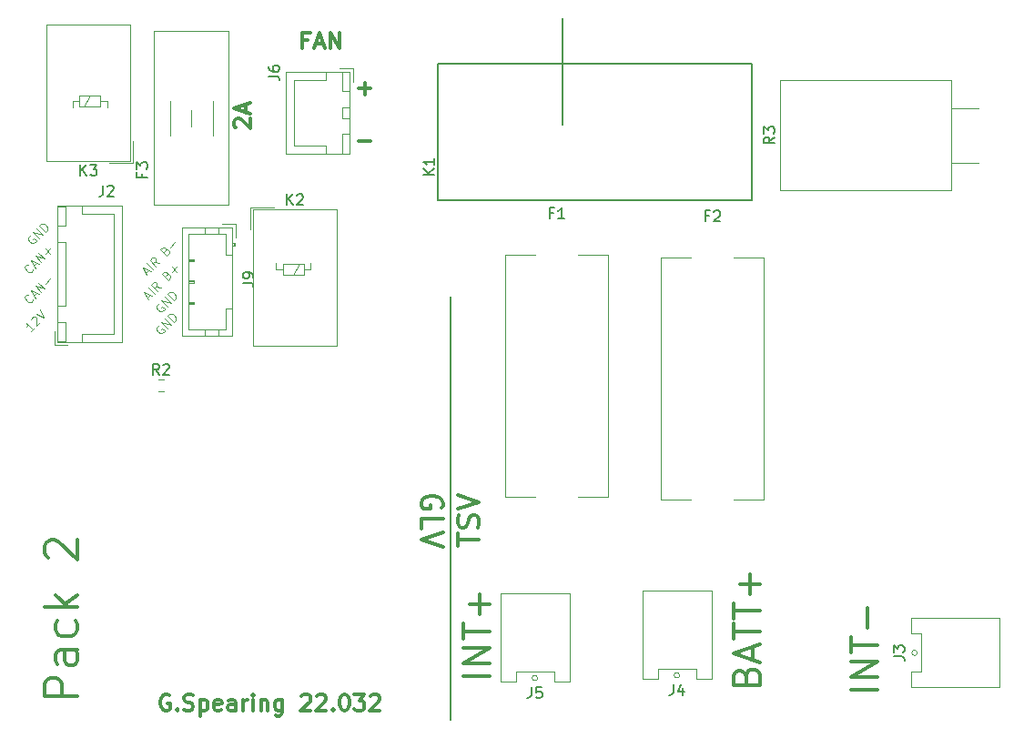
<source format=gbr>
%TF.GenerationSoftware,KiCad,Pcbnew,(6.0.1)*%
%TF.CreationDate,2022-02-14T12:04:50-05:00*%
%TF.ProjectId,pacman_side_2,7061636d-616e-45f7-9369-64655f322e6b,rev?*%
%TF.SameCoordinates,Original*%
%TF.FileFunction,Legend,Top*%
%TF.FilePolarity,Positive*%
%FSLAX46Y46*%
G04 Gerber Fmt 4.6, Leading zero omitted, Abs format (unit mm)*
G04 Created by KiCad (PCBNEW (6.0.1)) date 2022-02-14 12:04:50*
%MOMM*%
%LPD*%
G01*
G04 APERTURE LIST*
%ADD10C,0.150000*%
%ADD11C,0.100000*%
%ADD12C,0.300000*%
%ADD13C,0.120000*%
G04 APERTURE END LIST*
D10*
X129129000Y-103129000D02*
X129129000Y-128529000D01*
X139543000Y-73157000D02*
X139543000Y-63251000D01*
X129129000Y-89159000D02*
X129129000Y-103129000D01*
D11*
X90091158Y-83460155D02*
X90010346Y-83487093D01*
X89929534Y-83567905D01*
X89875659Y-83675654D01*
X89875659Y-83783404D01*
X89902597Y-83864216D01*
X89983409Y-83998903D01*
X90064221Y-84079715D01*
X90198908Y-84160528D01*
X90279720Y-84187465D01*
X90387470Y-84187465D01*
X90495219Y-84133590D01*
X90549094Y-84079715D01*
X90602969Y-83971966D01*
X90602969Y-83918091D01*
X90414407Y-83729529D01*
X90306658Y-83837279D01*
X90899280Y-83729529D02*
X90333595Y-83163844D01*
X91222529Y-83406280D01*
X90656844Y-82840595D01*
X91491903Y-83136906D02*
X90926218Y-82571221D01*
X91060905Y-82436534D01*
X91168654Y-82382659D01*
X91276404Y-82382659D01*
X91357216Y-82409597D01*
X91491903Y-82490409D01*
X91572715Y-82571221D01*
X91653528Y-82705908D01*
X91680465Y-82786720D01*
X91680465Y-82894470D01*
X91626590Y-83002219D01*
X91491903Y-83136906D01*
D12*
X94418142Y-126345285D02*
X91418142Y-126345285D01*
X91418142Y-125202428D01*
X91561000Y-124916714D01*
X91703857Y-124773857D01*
X91989571Y-124631000D01*
X92418142Y-124631000D01*
X92703857Y-124773857D01*
X92846714Y-124916714D01*
X92989571Y-125202428D01*
X92989571Y-126345285D01*
X94418142Y-122059571D02*
X92846714Y-122059571D01*
X92561000Y-122202428D01*
X92418142Y-122488142D01*
X92418142Y-123059571D01*
X92561000Y-123345285D01*
X94275285Y-122059571D02*
X94418142Y-122345285D01*
X94418142Y-123059571D01*
X94275285Y-123345285D01*
X93989571Y-123488142D01*
X93703857Y-123488142D01*
X93418142Y-123345285D01*
X93275285Y-123059571D01*
X93275285Y-122345285D01*
X93132428Y-122059571D01*
X94275285Y-119345285D02*
X94418142Y-119631000D01*
X94418142Y-120202428D01*
X94275285Y-120488142D01*
X94132428Y-120631000D01*
X93846714Y-120773857D01*
X92989571Y-120773857D01*
X92703857Y-120631000D01*
X92561000Y-120488142D01*
X92418142Y-120202428D01*
X92418142Y-119631000D01*
X92561000Y-119345285D01*
X94418142Y-118059571D02*
X91418142Y-118059571D01*
X93275285Y-117773857D02*
X94418142Y-116916714D01*
X92418142Y-116916714D02*
X93561000Y-118059571D01*
X91703857Y-113488142D02*
X91561000Y-113345285D01*
X91418142Y-113059571D01*
X91418142Y-112345285D01*
X91561000Y-112059571D01*
X91703857Y-111916714D01*
X91989571Y-111773857D01*
X92275285Y-111773857D01*
X92703857Y-111916714D01*
X94418142Y-113631000D01*
X94418142Y-111773857D01*
X115879714Y-65297857D02*
X115379714Y-65297857D01*
X115379714Y-66083571D02*
X115379714Y-64583571D01*
X116094000Y-64583571D01*
X116594000Y-65655000D02*
X117308285Y-65655000D01*
X116451142Y-66083571D02*
X116951142Y-64583571D01*
X117451142Y-66083571D01*
X117951142Y-66083571D02*
X117951142Y-64583571D01*
X118808285Y-66083571D01*
X118808285Y-64583571D01*
X103007857Y-126255000D02*
X102865000Y-126183571D01*
X102650714Y-126183571D01*
X102436428Y-126255000D01*
X102293571Y-126397857D01*
X102222142Y-126540714D01*
X102150714Y-126826428D01*
X102150714Y-127040714D01*
X102222142Y-127326428D01*
X102293571Y-127469285D01*
X102436428Y-127612142D01*
X102650714Y-127683571D01*
X102793571Y-127683571D01*
X103007857Y-127612142D01*
X103079285Y-127540714D01*
X103079285Y-127040714D01*
X102793571Y-127040714D01*
X103722142Y-127540714D02*
X103793571Y-127612142D01*
X103722142Y-127683571D01*
X103650714Y-127612142D01*
X103722142Y-127540714D01*
X103722142Y-127683571D01*
X104365000Y-127612142D02*
X104579285Y-127683571D01*
X104936428Y-127683571D01*
X105079285Y-127612142D01*
X105150714Y-127540714D01*
X105222142Y-127397857D01*
X105222142Y-127255000D01*
X105150714Y-127112142D01*
X105079285Y-127040714D01*
X104936428Y-126969285D01*
X104650714Y-126897857D01*
X104507857Y-126826428D01*
X104436428Y-126755000D01*
X104365000Y-126612142D01*
X104365000Y-126469285D01*
X104436428Y-126326428D01*
X104507857Y-126255000D01*
X104650714Y-126183571D01*
X105007857Y-126183571D01*
X105222142Y-126255000D01*
X105865000Y-126683571D02*
X105865000Y-128183571D01*
X105865000Y-126755000D02*
X106007857Y-126683571D01*
X106293571Y-126683571D01*
X106436428Y-126755000D01*
X106507857Y-126826428D01*
X106579285Y-126969285D01*
X106579285Y-127397857D01*
X106507857Y-127540714D01*
X106436428Y-127612142D01*
X106293571Y-127683571D01*
X106007857Y-127683571D01*
X105865000Y-127612142D01*
X107793571Y-127612142D02*
X107650714Y-127683571D01*
X107365000Y-127683571D01*
X107222142Y-127612142D01*
X107150714Y-127469285D01*
X107150714Y-126897857D01*
X107222142Y-126755000D01*
X107365000Y-126683571D01*
X107650714Y-126683571D01*
X107793571Y-126755000D01*
X107865000Y-126897857D01*
X107865000Y-127040714D01*
X107150714Y-127183571D01*
X109150714Y-127683571D02*
X109150714Y-126897857D01*
X109079285Y-126755000D01*
X108936428Y-126683571D01*
X108650714Y-126683571D01*
X108507857Y-126755000D01*
X109150714Y-127612142D02*
X109007857Y-127683571D01*
X108650714Y-127683571D01*
X108507857Y-127612142D01*
X108436428Y-127469285D01*
X108436428Y-127326428D01*
X108507857Y-127183571D01*
X108650714Y-127112142D01*
X109007857Y-127112142D01*
X109150714Y-127040714D01*
X109865000Y-127683571D02*
X109865000Y-126683571D01*
X109865000Y-126969285D02*
X109936428Y-126826428D01*
X110007857Y-126755000D01*
X110150714Y-126683571D01*
X110293571Y-126683571D01*
X110793571Y-127683571D02*
X110793571Y-126683571D01*
X110793571Y-126183571D02*
X110722142Y-126255000D01*
X110793571Y-126326428D01*
X110865000Y-126255000D01*
X110793571Y-126183571D01*
X110793571Y-126326428D01*
X111507857Y-126683571D02*
X111507857Y-127683571D01*
X111507857Y-126826428D02*
X111579285Y-126755000D01*
X111722142Y-126683571D01*
X111936428Y-126683571D01*
X112079285Y-126755000D01*
X112150714Y-126897857D01*
X112150714Y-127683571D01*
X113507857Y-126683571D02*
X113507857Y-127897857D01*
X113436428Y-128040714D01*
X113365000Y-128112142D01*
X113222142Y-128183571D01*
X113007857Y-128183571D01*
X112865000Y-128112142D01*
X113507857Y-127612142D02*
X113365000Y-127683571D01*
X113079285Y-127683571D01*
X112936428Y-127612142D01*
X112865000Y-127540714D01*
X112793571Y-127397857D01*
X112793571Y-126969285D01*
X112865000Y-126826428D01*
X112936428Y-126755000D01*
X113079285Y-126683571D01*
X113365000Y-126683571D01*
X113507857Y-126755000D01*
X115293571Y-126326428D02*
X115365000Y-126255000D01*
X115507857Y-126183571D01*
X115865000Y-126183571D01*
X116007857Y-126255000D01*
X116079285Y-126326428D01*
X116150714Y-126469285D01*
X116150714Y-126612142D01*
X116079285Y-126826428D01*
X115222142Y-127683571D01*
X116150714Y-127683571D01*
X116722142Y-126326428D02*
X116793571Y-126255000D01*
X116936428Y-126183571D01*
X117293571Y-126183571D01*
X117436428Y-126255000D01*
X117507857Y-126326428D01*
X117579285Y-126469285D01*
X117579285Y-126612142D01*
X117507857Y-126826428D01*
X116650714Y-127683571D01*
X117579285Y-127683571D01*
X118222142Y-127540714D02*
X118293571Y-127612142D01*
X118222142Y-127683571D01*
X118150714Y-127612142D01*
X118222142Y-127540714D01*
X118222142Y-127683571D01*
X119222142Y-126183571D02*
X119365000Y-126183571D01*
X119507857Y-126255000D01*
X119579285Y-126326428D01*
X119650714Y-126469285D01*
X119722142Y-126755000D01*
X119722142Y-127112142D01*
X119650714Y-127397857D01*
X119579285Y-127540714D01*
X119507857Y-127612142D01*
X119365000Y-127683571D01*
X119222142Y-127683571D01*
X119079285Y-127612142D01*
X119007857Y-127540714D01*
X118936428Y-127397857D01*
X118865000Y-127112142D01*
X118865000Y-126755000D01*
X118936428Y-126469285D01*
X119007857Y-126326428D01*
X119079285Y-126255000D01*
X119222142Y-126183571D01*
X120222142Y-126183571D02*
X121150714Y-126183571D01*
X120650714Y-126755000D01*
X120865000Y-126755000D01*
X121007857Y-126826428D01*
X121079285Y-126897857D01*
X121150714Y-127040714D01*
X121150714Y-127397857D01*
X121079285Y-127540714D01*
X121007857Y-127612142D01*
X120865000Y-127683571D01*
X120436428Y-127683571D01*
X120293571Y-127612142D01*
X120222142Y-127540714D01*
X121722142Y-126326428D02*
X121793571Y-126255000D01*
X121936428Y-126183571D01*
X122293571Y-126183571D01*
X122436428Y-126255000D01*
X122507857Y-126326428D01*
X122579285Y-126469285D01*
X122579285Y-126612142D01*
X122507857Y-126826428D01*
X121650714Y-127683571D01*
X122579285Y-127683571D01*
X168867952Y-125734523D02*
X166367952Y-125734523D01*
X168867952Y-124544047D02*
X166367952Y-124544047D01*
X168867952Y-123115476D01*
X166367952Y-123115476D01*
X166367952Y-122282142D02*
X166367952Y-120853571D01*
X168867952Y-121567857D02*
X166367952Y-121567857D01*
X167915571Y-120020238D02*
X167915571Y-118115476D01*
D11*
X100801536Y-86966025D02*
X101070910Y-86696651D01*
X100909285Y-87181524D02*
X100532162Y-86427277D01*
X101286409Y-86804401D01*
X101474971Y-86615839D02*
X100909285Y-86050154D01*
X102067593Y-86023216D02*
X101609658Y-85942404D01*
X101744345Y-86346465D02*
X101178659Y-85780780D01*
X101394158Y-85565280D01*
X101474971Y-85538343D01*
X101528845Y-85538343D01*
X101609658Y-85565280D01*
X101690470Y-85646093D01*
X101717407Y-85726905D01*
X101717407Y-85780780D01*
X101690470Y-85861592D01*
X101474971Y-86077091D01*
X102633279Y-84864908D02*
X102741028Y-84811033D01*
X102794903Y-84811033D01*
X102875715Y-84837971D01*
X102956528Y-84918783D01*
X102983465Y-84999595D01*
X102983465Y-85053470D01*
X102956528Y-85134282D01*
X102741028Y-85349781D01*
X102175343Y-84784096D01*
X102363905Y-84595534D01*
X102444717Y-84568597D01*
X102498592Y-84568597D01*
X102579404Y-84595534D01*
X102633279Y-84649409D01*
X102660216Y-84730221D01*
X102660216Y-84784096D01*
X102633279Y-84864908D01*
X102444717Y-85053470D01*
X103091215Y-84568597D02*
X103522213Y-84137598D01*
X90293189Y-89434871D02*
X90293189Y-89488746D01*
X90239314Y-89596496D01*
X90185439Y-89650370D01*
X90077690Y-89704245D01*
X89969940Y-89704245D01*
X89889128Y-89677308D01*
X89754441Y-89596496D01*
X89673629Y-89515683D01*
X89592816Y-89380996D01*
X89565879Y-89300184D01*
X89565879Y-89192435D01*
X89619754Y-89084685D01*
X89673629Y-89030810D01*
X89781378Y-88976935D01*
X89835253Y-88976935D01*
X90400938Y-89111622D02*
X90670312Y-88842248D01*
X90508688Y-89327122D02*
X90131564Y-88572874D01*
X90885812Y-88949998D01*
X91074374Y-88761436D02*
X90508688Y-88195751D01*
X91397622Y-88438187D01*
X90831937Y-87872502D01*
X91451497Y-87953314D02*
X91882496Y-87522316D01*
X102029158Y-89810155D02*
X101948346Y-89837093D01*
X101867534Y-89917905D01*
X101813659Y-90025654D01*
X101813659Y-90133404D01*
X101840597Y-90214216D01*
X101921409Y-90348903D01*
X102002221Y-90429715D01*
X102136908Y-90510528D01*
X102217720Y-90537465D01*
X102325470Y-90537465D01*
X102433219Y-90483590D01*
X102487094Y-90429715D01*
X102540969Y-90321966D01*
X102540969Y-90268091D01*
X102352407Y-90079529D01*
X102244658Y-90187279D01*
X102837280Y-90079529D02*
X102271595Y-89513844D01*
X103160529Y-89756280D01*
X102594844Y-89190595D01*
X103429903Y-89486906D02*
X102864218Y-88921221D01*
X102998905Y-88786534D01*
X103106654Y-88732659D01*
X103214404Y-88732659D01*
X103295216Y-88759597D01*
X103429903Y-88840409D01*
X103510715Y-88921221D01*
X103591528Y-89055908D01*
X103618465Y-89136720D01*
X103618465Y-89244470D01*
X103564590Y-89352219D01*
X103429903Y-89486906D01*
D12*
X129811761Y-112367952D02*
X129811761Y-111225095D01*
X131811761Y-111796523D02*
X129811761Y-111796523D01*
X131716523Y-110653666D02*
X131811761Y-110367952D01*
X131811761Y-109891761D01*
X131716523Y-109701285D01*
X131621285Y-109606047D01*
X131430809Y-109510809D01*
X131240333Y-109510809D01*
X131049857Y-109606047D01*
X130954619Y-109701285D01*
X130859380Y-109891761D01*
X130764142Y-110272714D01*
X130668904Y-110463190D01*
X130573666Y-110558428D01*
X130383190Y-110653666D01*
X130192714Y-110653666D01*
X130002238Y-110558428D01*
X129907000Y-110463190D01*
X129811761Y-110272714D01*
X129811761Y-109796523D01*
X129907000Y-109510809D01*
X129811761Y-108939380D02*
X131811761Y-108272714D01*
X129811761Y-107606047D01*
X156636428Y-124492238D02*
X156755476Y-124135095D01*
X156874523Y-124016047D01*
X157112619Y-123897000D01*
X157469761Y-123897000D01*
X157707857Y-124016047D01*
X157826904Y-124135095D01*
X157945952Y-124373190D01*
X157945952Y-125325571D01*
X155445952Y-125325571D01*
X155445952Y-124492238D01*
X155565000Y-124254142D01*
X155684047Y-124135095D01*
X155922142Y-124016047D01*
X156160238Y-124016047D01*
X156398333Y-124135095D01*
X156517380Y-124254142D01*
X156636428Y-124492238D01*
X156636428Y-125325571D01*
X157231666Y-122944619D02*
X157231666Y-121754142D01*
X157945952Y-123182714D02*
X155445952Y-122349380D01*
X157945952Y-121516047D01*
X155445952Y-121039857D02*
X155445952Y-119611285D01*
X157945952Y-120325571D02*
X155445952Y-120325571D01*
X155445952Y-119135095D02*
X155445952Y-117706523D01*
X157945952Y-118420809D02*
X155445952Y-118420809D01*
X156993571Y-116873190D02*
X156993571Y-114968428D01*
X157945952Y-115920809D02*
X156041190Y-115920809D01*
X132799952Y-124464523D02*
X130299952Y-124464523D01*
X132799952Y-123274047D02*
X130299952Y-123274047D01*
X132799952Y-121845476D01*
X130299952Y-121845476D01*
X130299952Y-121012142D02*
X130299952Y-119583571D01*
X132799952Y-120297857D02*
X130299952Y-120297857D01*
X131847571Y-118750238D02*
X131847571Y-116845476D01*
X132799952Y-117797857D02*
X130895190Y-117797857D01*
X128351000Y-108844142D02*
X128446238Y-108653666D01*
X128446238Y-108367952D01*
X128351000Y-108082238D01*
X128160523Y-107891761D01*
X127970047Y-107796523D01*
X127589095Y-107701285D01*
X127303380Y-107701285D01*
X126922428Y-107796523D01*
X126731952Y-107891761D01*
X126541476Y-108082238D01*
X126446238Y-108367952D01*
X126446238Y-108558428D01*
X126541476Y-108844142D01*
X126636714Y-108939380D01*
X127303380Y-108939380D01*
X127303380Y-108558428D01*
X126446238Y-110748904D02*
X126446238Y-109796523D01*
X128446238Y-109796523D01*
X128446238Y-111129857D02*
X126446238Y-111796523D01*
X128446238Y-112463190D01*
D11*
X100928536Y-89252025D02*
X101197910Y-88982651D01*
X101036285Y-89467524D02*
X100659162Y-88713277D01*
X101413409Y-89090401D01*
X101601971Y-88901839D02*
X101036285Y-88336154D01*
X102194593Y-88309216D02*
X101736658Y-88228404D01*
X101871345Y-88632465D02*
X101305659Y-88066780D01*
X101521158Y-87851280D01*
X101601971Y-87824343D01*
X101655845Y-87824343D01*
X101736658Y-87851280D01*
X101817470Y-87932093D01*
X101844407Y-88012905D01*
X101844407Y-88066780D01*
X101817470Y-88147592D01*
X101601971Y-88363091D01*
X102760279Y-87150908D02*
X102868028Y-87097033D01*
X102921903Y-87097033D01*
X103002715Y-87123971D01*
X103083528Y-87204783D01*
X103110465Y-87285595D01*
X103110465Y-87339470D01*
X103083528Y-87420282D01*
X102868028Y-87635781D01*
X102302343Y-87070096D01*
X102490905Y-86881534D01*
X102571717Y-86854597D01*
X102625592Y-86854597D01*
X102706404Y-86881534D01*
X102760279Y-86935409D01*
X102787216Y-87016221D01*
X102787216Y-87070096D01*
X102760279Y-87150908D01*
X102571717Y-87339470D01*
X103218215Y-86854597D02*
X103649213Y-86423598D01*
X103649213Y-86854597D02*
X103218215Y-86423598D01*
D12*
X120586571Y-69828142D02*
X121729428Y-69828142D01*
X121158000Y-70399571D02*
X121158000Y-69256714D01*
X120586571Y-74658142D02*
X121729428Y-74658142D01*
X109176428Y-73461428D02*
X109105000Y-73390000D01*
X109033571Y-73247142D01*
X109033571Y-72890000D01*
X109105000Y-72747142D01*
X109176428Y-72675714D01*
X109319285Y-72604285D01*
X109462142Y-72604285D01*
X109676428Y-72675714D01*
X110533571Y-73532857D01*
X110533571Y-72604285D01*
X110105000Y-72032857D02*
X110105000Y-71318571D01*
X110533571Y-72175714D02*
X109033571Y-71675714D01*
X110533571Y-71175714D01*
D11*
X102029158Y-91842155D02*
X101948346Y-91869093D01*
X101867534Y-91949905D01*
X101813659Y-92057654D01*
X101813659Y-92165404D01*
X101840597Y-92246216D01*
X101921409Y-92380903D01*
X102002221Y-92461715D01*
X102136908Y-92542528D01*
X102217720Y-92569465D01*
X102325470Y-92569465D01*
X102433219Y-92515590D01*
X102487094Y-92461715D01*
X102540969Y-92353966D01*
X102540969Y-92300091D01*
X102352407Y-92111529D01*
X102244658Y-92219279D01*
X102837280Y-92111529D02*
X102271595Y-91545844D01*
X103160529Y-91788280D01*
X102594844Y-91222595D01*
X103429903Y-91518906D02*
X102864218Y-90953221D01*
X102998905Y-90818534D01*
X103106654Y-90764659D01*
X103214404Y-90764659D01*
X103295216Y-90791597D01*
X103429903Y-90872409D01*
X103510715Y-90953221D01*
X103591528Y-91087908D01*
X103618465Y-91168720D01*
X103618465Y-91276470D01*
X103564590Y-91384219D01*
X103429903Y-91518906D01*
X90293189Y-86640871D02*
X90293189Y-86694746D01*
X90239314Y-86802496D01*
X90185439Y-86856370D01*
X90077690Y-86910245D01*
X89969940Y-86910245D01*
X89889128Y-86883308D01*
X89754441Y-86802496D01*
X89673629Y-86721683D01*
X89592816Y-86586996D01*
X89565879Y-86506184D01*
X89565879Y-86398435D01*
X89619754Y-86290685D01*
X89673629Y-86236810D01*
X89781378Y-86182935D01*
X89835253Y-86182935D01*
X90400938Y-86317622D02*
X90670312Y-86048248D01*
X90508688Y-86533122D02*
X90131564Y-85778874D01*
X90885812Y-86155998D01*
X91074374Y-85967436D02*
X90508688Y-85401751D01*
X91397622Y-85644187D01*
X90831937Y-85078502D01*
X91451497Y-85159314D02*
X91882496Y-84728316D01*
X91882496Y-85159314D02*
X91451497Y-84728316D01*
X90456719Y-92046091D02*
X90133470Y-92369340D01*
X90295094Y-92207715D02*
X89729409Y-91642030D01*
X89756346Y-91776717D01*
X89756346Y-91884467D01*
X89729409Y-91965279D01*
X90160407Y-91318781D02*
X90160407Y-91264906D01*
X90187345Y-91184094D01*
X90322032Y-91049407D01*
X90402844Y-91022470D01*
X90456719Y-91022470D01*
X90537531Y-91049407D01*
X90591406Y-91103282D01*
X90645280Y-91211032D01*
X90645280Y-91857529D01*
X90995467Y-91507343D01*
X90591406Y-90780033D02*
X91345653Y-91157157D01*
X90968529Y-90402910D01*
D10*
%TO.C,R2*%
X102042933Y-96456780D02*
X101709600Y-95980590D01*
X101471504Y-96456780D02*
X101471504Y-95456780D01*
X101852457Y-95456780D01*
X101947695Y-95504400D01*
X101995314Y-95552019D01*
X102042933Y-95647257D01*
X102042933Y-95790114D01*
X101995314Y-95885352D01*
X101947695Y-95932971D01*
X101852457Y-95980590D01*
X101471504Y-95980590D01*
X102423885Y-95552019D02*
X102471504Y-95504400D01*
X102566742Y-95456780D01*
X102804838Y-95456780D01*
X102900076Y-95504400D01*
X102947695Y-95552019D01*
X102995314Y-95647257D01*
X102995314Y-95742495D01*
X102947695Y-95885352D01*
X102376266Y-96456780D01*
X102995314Y-96456780D01*
%TO.C,J9*%
X109815380Y-87900333D02*
X110529666Y-87900333D01*
X110672523Y-87947952D01*
X110767761Y-88043190D01*
X110815380Y-88186047D01*
X110815380Y-88281285D01*
X110815380Y-87376523D02*
X110815380Y-87186047D01*
X110767761Y-87090809D01*
X110720142Y-87043190D01*
X110577285Y-86947952D01*
X110386809Y-86900333D01*
X110005857Y-86900333D01*
X109910619Y-86947952D01*
X109863000Y-86995571D01*
X109815380Y-87090809D01*
X109815380Y-87281285D01*
X109863000Y-87376523D01*
X109910619Y-87424142D01*
X110005857Y-87471761D01*
X110243952Y-87471761D01*
X110339190Y-87424142D01*
X110386809Y-87376523D01*
X110434428Y-87281285D01*
X110434428Y-87090809D01*
X110386809Y-86995571D01*
X110339190Y-86947952D01*
X110243952Y-86900333D01*
%TO.C,K3*%
X94734404Y-77920880D02*
X94734404Y-76920880D01*
X95305833Y-77920880D02*
X94877261Y-77349452D01*
X95305833Y-76920880D02*
X94734404Y-77492309D01*
X95639166Y-76920880D02*
X96258214Y-76920880D01*
X95924880Y-77301833D01*
X96067738Y-77301833D01*
X96162976Y-77349452D01*
X96210595Y-77397071D01*
X96258214Y-77492309D01*
X96258214Y-77730404D01*
X96210595Y-77825642D01*
X96162976Y-77873261D01*
X96067738Y-77920880D01*
X95782023Y-77920880D01*
X95686785Y-77873261D01*
X95639166Y-77825642D01*
%TO.C,K1*%
X127650380Y-77851095D02*
X126650380Y-77851095D01*
X127650380Y-77279666D02*
X127078952Y-77708238D01*
X126650380Y-77279666D02*
X127221809Y-77851095D01*
X127650380Y-76327285D02*
X127650380Y-76898714D01*
X127650380Y-76613000D02*
X126650380Y-76613000D01*
X126793238Y-76708238D01*
X126888476Y-76803476D01*
X126936095Y-76898714D01*
%TO.C,F3*%
X100421571Y-77720333D02*
X100421571Y-78053666D01*
X100945380Y-78053666D02*
X99945380Y-78053666D01*
X99945380Y-77577476D01*
X99945380Y-77291761D02*
X99945380Y-76672714D01*
X100326333Y-77006047D01*
X100326333Y-76863190D01*
X100373952Y-76767952D01*
X100421571Y-76720333D01*
X100516809Y-76672714D01*
X100754904Y-76672714D01*
X100850142Y-76720333D01*
X100897761Y-76767952D01*
X100945380Y-76863190D01*
X100945380Y-77148904D01*
X100897761Y-77244142D01*
X100850142Y-77291761D01*
%TO.C,J2*%
X96821666Y-78827380D02*
X96821666Y-79541666D01*
X96774047Y-79684523D01*
X96678809Y-79779761D01*
X96535952Y-79827380D01*
X96440714Y-79827380D01*
X97250238Y-78922619D02*
X97297857Y-78875000D01*
X97393095Y-78827380D01*
X97631190Y-78827380D01*
X97726428Y-78875000D01*
X97774047Y-78922619D01*
X97821666Y-79017857D01*
X97821666Y-79113095D01*
X97774047Y-79255952D01*
X97202619Y-79827380D01*
X97821666Y-79827380D01*
%TO.C,R3*%
X159282380Y-74334666D02*
X158806190Y-74668000D01*
X159282380Y-74906095D02*
X158282380Y-74906095D01*
X158282380Y-74525142D01*
X158330000Y-74429904D01*
X158377619Y-74382285D01*
X158472857Y-74334666D01*
X158615714Y-74334666D01*
X158710952Y-74382285D01*
X158758571Y-74429904D01*
X158806190Y-74525142D01*
X158806190Y-74906095D01*
X158282380Y-74001333D02*
X158282380Y-73382285D01*
X158663333Y-73715619D01*
X158663333Y-73572761D01*
X158710952Y-73477523D01*
X158758571Y-73429904D01*
X158853809Y-73382285D01*
X159091904Y-73382285D01*
X159187142Y-73429904D01*
X159234761Y-73477523D01*
X159282380Y-73572761D01*
X159282380Y-73858476D01*
X159234761Y-73953714D01*
X159187142Y-74001333D01*
%TO.C,J3*%
X170367380Y-122644333D02*
X171081666Y-122644333D01*
X171224523Y-122691952D01*
X171319761Y-122787190D01*
X171367380Y-122930047D01*
X171367380Y-123025285D01*
X170367380Y-122263380D02*
X170367380Y-121644333D01*
X170748333Y-121977666D01*
X170748333Y-121834809D01*
X170795952Y-121739571D01*
X170843571Y-121691952D01*
X170938809Y-121644333D01*
X171176904Y-121644333D01*
X171272142Y-121691952D01*
X171319761Y-121739571D01*
X171367380Y-121834809D01*
X171367380Y-122120523D01*
X171319761Y-122215761D01*
X171272142Y-122263380D01*
%TO.C,J6*%
X112228380Y-68659333D02*
X112942666Y-68659333D01*
X113085523Y-68706952D01*
X113180761Y-68802190D01*
X113228380Y-68945047D01*
X113228380Y-69040285D01*
X112228380Y-67754571D02*
X112228380Y-67945047D01*
X112276000Y-68040285D01*
X112323619Y-68087904D01*
X112466476Y-68183142D01*
X112656952Y-68230761D01*
X113037904Y-68230761D01*
X113133142Y-68183142D01*
X113180761Y-68135523D01*
X113228380Y-68040285D01*
X113228380Y-67849809D01*
X113180761Y-67754571D01*
X113133142Y-67706952D01*
X113037904Y-67659333D01*
X112799809Y-67659333D01*
X112704571Y-67706952D01*
X112656952Y-67754571D01*
X112609333Y-67849809D01*
X112609333Y-68040285D01*
X112656952Y-68135523D01*
X112704571Y-68183142D01*
X112799809Y-68230761D01*
%TO.C,F2*%
X153179666Y-81647571D02*
X152846333Y-81647571D01*
X152846333Y-82171380D02*
X152846333Y-81171380D01*
X153322523Y-81171380D01*
X153655857Y-81266619D02*
X153703476Y-81219000D01*
X153798714Y-81171380D01*
X154036809Y-81171380D01*
X154132047Y-81219000D01*
X154179666Y-81266619D01*
X154227285Y-81361857D01*
X154227285Y-81457095D01*
X154179666Y-81599952D01*
X153608238Y-82171380D01*
X154227285Y-82171380D01*
%TO.C,F1*%
X138701666Y-81393571D02*
X138368333Y-81393571D01*
X138368333Y-81917380D02*
X138368333Y-80917380D01*
X138844523Y-80917380D01*
X139749285Y-81917380D02*
X139177857Y-81917380D01*
X139463571Y-81917380D02*
X139463571Y-80917380D01*
X139368333Y-81060238D01*
X139273095Y-81155476D01*
X139177857Y-81203095D01*
%TO.C,J4*%
X149877666Y-125257380D02*
X149877666Y-125971666D01*
X149830047Y-126114523D01*
X149734809Y-126209761D01*
X149591952Y-126257380D01*
X149496714Y-126257380D01*
X150782428Y-125590714D02*
X150782428Y-126257380D01*
X150544333Y-125209761D02*
X150306238Y-125924047D01*
X150925285Y-125924047D01*
%TO.C,J5*%
X136669666Y-125511380D02*
X136669666Y-126225666D01*
X136622047Y-126368523D01*
X136526809Y-126463761D01*
X136383952Y-126511380D01*
X136288714Y-126511380D01*
X137622047Y-125511380D02*
X137145857Y-125511380D01*
X137098238Y-125987571D01*
X137145857Y-125939952D01*
X137241095Y-125892333D01*
X137479190Y-125892333D01*
X137574428Y-125939952D01*
X137622047Y-125987571D01*
X137669666Y-126082809D01*
X137669666Y-126320904D01*
X137622047Y-126416142D01*
X137574428Y-126463761D01*
X137479190Y-126511380D01*
X137241095Y-126511380D01*
X137145857Y-126463761D01*
X137098238Y-126416142D01*
%TO.C,K2*%
X113919404Y-80646880D02*
X113919404Y-79646880D01*
X114490833Y-80646880D02*
X114062261Y-80075452D01*
X114490833Y-79646880D02*
X113919404Y-80218309D01*
X114871785Y-79742119D02*
X114919404Y-79694500D01*
X115014642Y-79646880D01*
X115252738Y-79646880D01*
X115347976Y-79694500D01*
X115395595Y-79742119D01*
X115443214Y-79837357D01*
X115443214Y-79932595D01*
X115395595Y-80075452D01*
X114824166Y-80646880D01*
X115443214Y-80646880D01*
D13*
%TO.C,R2*%
X101954876Y-96911900D02*
X102464324Y-96911900D01*
X101954876Y-97956900D02*
X102464324Y-97956900D01*
%TO.C,J9*%
X109171000Y-82413000D02*
X107921000Y-82413000D01*
X106261000Y-92833000D02*
X106261000Y-92223000D01*
X108871000Y-85273000D02*
X108261000Y-85273000D01*
X104761000Y-87673000D02*
X105261000Y-87673000D01*
X108871000Y-84473000D02*
X109071000Y-84473000D01*
X104761000Y-85673000D02*
X105261000Y-85673000D01*
X107561000Y-92833000D02*
X107561000Y-92223000D01*
X107561000Y-82713000D02*
X107561000Y-83323000D01*
X108971000Y-84473000D02*
X108971000Y-84173000D01*
X104761000Y-89773000D02*
X105261000Y-89773000D01*
X109071000Y-84473000D02*
X109071000Y-84173000D01*
X108871000Y-82713000D02*
X104151000Y-82713000D01*
X104761000Y-85773000D02*
X105261000Y-85773000D01*
X104761000Y-87773000D02*
X105261000Y-87773000D01*
X104761000Y-83323000D02*
X104761000Y-92223000D01*
X109071000Y-84173000D02*
X108871000Y-84173000D01*
X105261000Y-89673000D02*
X105261000Y-89873000D01*
X108261000Y-92223000D02*
X108261000Y-90273000D01*
X104761000Y-92223000D02*
X108261000Y-92223000D01*
X108871000Y-92833000D02*
X108871000Y-82713000D01*
X108261000Y-83323000D02*
X104761000Y-83323000D01*
X104151000Y-82713000D02*
X104151000Y-92833000D01*
X105261000Y-87873000D02*
X104761000Y-87873000D01*
X106261000Y-82713000D02*
X106261000Y-83323000D01*
X104151000Y-92833000D02*
X108871000Y-92833000D01*
X108261000Y-90273000D02*
X108871000Y-90273000D01*
X104761000Y-89673000D02*
X105261000Y-89673000D01*
X105261000Y-89873000D02*
X104761000Y-89873000D01*
X105261000Y-85673000D02*
X105261000Y-85873000D01*
X108261000Y-85273000D02*
X108261000Y-83323000D01*
X109171000Y-83663000D02*
X109171000Y-82413000D01*
X105261000Y-87673000D02*
X105261000Y-87873000D01*
X105261000Y-85873000D02*
X104761000Y-85873000D01*
%TO.C,K3*%
X94645500Y-71458500D02*
X96550500Y-71458500D01*
X97210500Y-71585500D02*
X97210500Y-70950500D01*
X91572500Y-63868500D02*
X99372500Y-63868500D01*
X96550500Y-70442500D02*
X94645500Y-70442500D01*
X99372500Y-76568500D02*
X91572500Y-76568500D01*
X94010500Y-70950500D02*
X94645500Y-70950500D01*
X96550500Y-71458500D02*
X96550500Y-70442500D01*
X95026500Y-71458500D02*
X95661500Y-70442500D01*
X99572500Y-74668500D02*
X99572500Y-76768500D01*
X94010500Y-71585500D02*
X94010500Y-70950500D01*
X91572500Y-76568500D02*
X91572500Y-63868500D01*
X97210500Y-70950500D02*
X96550500Y-70950500D01*
X99372500Y-63868500D02*
X99372500Y-76568500D01*
X94645500Y-71458500D02*
X94645500Y-70442500D01*
X99572500Y-76768500D02*
X97372500Y-76768500D01*
D10*
%TO.C,K1*%
X127960000Y-67461000D02*
X157170000Y-67461000D01*
X157170000Y-67461000D02*
X157170000Y-80161000D01*
X127960000Y-80161000D02*
X127960000Y-67461000D01*
X157170000Y-80161000D02*
X127960000Y-80161000D01*
D13*
%TO.C,F3*%
X107065000Y-70961000D02*
X107065000Y-74161000D01*
X101595000Y-64461000D02*
X101595000Y-80661000D01*
X103065000Y-74161000D02*
X103065000Y-70961000D01*
X108535000Y-80661000D02*
X108535000Y-64461000D01*
X105065000Y-73311000D02*
X105065000Y-71811000D01*
X101595000Y-80661000D02*
X108535000Y-80661000D01*
X108535000Y-64461000D02*
X101595000Y-64461000D01*
%TO.C,J2*%
X92290000Y-92411000D02*
X92290000Y-93661000D01*
X92290000Y-93661000D02*
X93540000Y-93661000D01*
X92590000Y-84061000D02*
X92590000Y-90061000D01*
X92590000Y-90061000D02*
X93340000Y-90061000D01*
X93340000Y-90061000D02*
X93340000Y-84061000D01*
X94840000Y-92611000D02*
X97790000Y-92611000D01*
X97790000Y-92611000D02*
X97790000Y-87061000D01*
X92590000Y-82561000D02*
X93340000Y-82561000D01*
X93340000Y-91561000D02*
X92590000Y-91561000D01*
X93340000Y-82561000D02*
X93340000Y-80761000D01*
X93340000Y-84061000D02*
X92590000Y-84061000D01*
X92590000Y-91561000D02*
X92590000Y-93361000D01*
X94840000Y-81511000D02*
X97790000Y-81511000D01*
X92580000Y-93371000D02*
X98550000Y-93371000D01*
X97790000Y-81511000D02*
X97790000Y-87061000D01*
X98550000Y-80751000D02*
X92580000Y-80751000D01*
X94840000Y-93361000D02*
X94840000Y-92611000D01*
X92590000Y-80761000D02*
X92590000Y-82561000D01*
X92580000Y-80751000D02*
X92580000Y-93371000D01*
X93340000Y-80761000D02*
X92590000Y-80761000D01*
X92590000Y-93361000D02*
X93340000Y-93361000D01*
X93340000Y-93361000D02*
X93340000Y-91561000D01*
X98550000Y-93371000D02*
X98550000Y-80751000D01*
X94840000Y-80761000D02*
X94840000Y-81511000D01*
%TO.C,R3*%
X175720000Y-76708000D02*
X178260000Y-76708000D01*
X175720000Y-79288000D02*
X175720000Y-69048000D01*
X159830000Y-79288000D02*
X159830000Y-69048000D01*
X159830000Y-69048000D02*
X175720000Y-69048000D01*
X159830000Y-79288000D02*
X175720000Y-79288000D01*
X175720000Y-71628000D02*
X178245000Y-71628000D01*
%TO.C,J3*%
X180225000Y-122311000D02*
X180225000Y-119101000D01*
X180225000Y-119101000D02*
X172005000Y-119101000D01*
X172005000Y-120521000D02*
X172955000Y-120521000D01*
X172005000Y-119101000D02*
X172005000Y-120521000D01*
X172955000Y-120521000D02*
X172955000Y-122311000D01*
X172005000Y-125521000D02*
X172005000Y-124101000D01*
X180225000Y-122311000D02*
X180225000Y-125521000D01*
X172955000Y-124101000D02*
X172955000Y-122311000D01*
X172005000Y-124101000D02*
X172955000Y-124101000D01*
X180225000Y-125521000D02*
X172005000Y-125521000D01*
X172565000Y-122311000D02*
G75*
G03*
X172565000Y-122311000I-250000J0D01*
G01*
%TO.C,J6*%
X119040000Y-68261000D02*
X119040000Y-70061000D01*
X119790000Y-70061000D02*
X119790000Y-68261000D01*
X119800000Y-75871000D02*
X119800000Y-68251000D01*
X119040000Y-70061000D02*
X119790000Y-70061000D01*
X114590000Y-69011000D02*
X114590000Y-72061000D01*
X120090000Y-69211000D02*
X120090000Y-67961000D01*
X119790000Y-71561000D02*
X119040000Y-71561000D01*
X113830000Y-75871000D02*
X119800000Y-75871000D01*
X119040000Y-75861000D02*
X119790000Y-75861000D01*
X119040000Y-72561000D02*
X119790000Y-72561000D01*
X119790000Y-72561000D02*
X119790000Y-71561000D01*
X114590000Y-75111000D02*
X114590000Y-72061000D01*
X119790000Y-68261000D02*
X119040000Y-68261000D01*
X119040000Y-71561000D02*
X119040000Y-72561000D01*
X117540000Y-75861000D02*
X117540000Y-75111000D01*
X119790000Y-75861000D02*
X119790000Y-74061000D01*
X113830000Y-68251000D02*
X113830000Y-75871000D01*
X119800000Y-68251000D02*
X113830000Y-68251000D01*
X119790000Y-74061000D02*
X119040000Y-74061000D01*
X119040000Y-74061000D02*
X119040000Y-75861000D01*
X120090000Y-67961000D02*
X118840000Y-67961000D01*
X117540000Y-68261000D02*
X117540000Y-69011000D01*
X117540000Y-75111000D02*
X114590000Y-75111000D01*
X117540000Y-69011000D02*
X114590000Y-69011000D01*
%TO.C,F2*%
X148713000Y-85529000D02*
X148713000Y-108029000D01*
X148713000Y-85529000D02*
X151513000Y-85529000D01*
X148713000Y-108029000D02*
X151513000Y-108029000D01*
X155513000Y-85529000D02*
X158313000Y-85529000D01*
X155513000Y-108029000D02*
X158313000Y-108029000D01*
X158313000Y-85529000D02*
X158313000Y-108029000D01*
%TO.C,F1*%
X134235000Y-107775000D02*
X137035000Y-107775000D01*
X141035000Y-107775000D02*
X143835000Y-107775000D01*
X143835000Y-85275000D02*
X143835000Y-107775000D01*
X134235000Y-85275000D02*
X137035000Y-85275000D01*
X141035000Y-85275000D02*
X143835000Y-85275000D01*
X134235000Y-85275000D02*
X134235000Y-107775000D01*
%TO.C,J4*%
X150211000Y-116495000D02*
X147001000Y-116495000D01*
X152001000Y-123765000D02*
X150211000Y-123765000D01*
X150211000Y-116495000D02*
X153421000Y-116495000D01*
X147001000Y-124715000D02*
X148421000Y-124715000D01*
X152001000Y-124715000D02*
X152001000Y-123765000D01*
X148421000Y-124715000D02*
X148421000Y-123765000D01*
X148421000Y-123765000D02*
X150211000Y-123765000D01*
X147001000Y-116495000D02*
X147001000Y-124715000D01*
X153421000Y-124715000D02*
X152001000Y-124715000D01*
X153421000Y-116495000D02*
X153421000Y-124715000D01*
X150461000Y-124405000D02*
G75*
G03*
X150461000Y-124405000I-250000J0D01*
G01*
%TO.C,J5*%
X138793000Y-124969000D02*
X138793000Y-124019000D01*
X135213000Y-124969000D02*
X135213000Y-124019000D01*
X133793000Y-124969000D02*
X135213000Y-124969000D01*
X140213000Y-116749000D02*
X140213000Y-124969000D01*
X140213000Y-124969000D02*
X138793000Y-124969000D01*
X137003000Y-116749000D02*
X133793000Y-116749000D01*
X137003000Y-116749000D02*
X140213000Y-116749000D01*
X138793000Y-124019000D02*
X137003000Y-124019000D01*
X135213000Y-124019000D02*
X137003000Y-124019000D01*
X133793000Y-116749000D02*
X133793000Y-124969000D01*
X137253000Y-124659000D02*
G75*
G03*
X137253000Y-124659000I-250000J0D01*
G01*
%TO.C,K2*%
X110557500Y-80853500D02*
X112757500Y-80853500D01*
X112919500Y-86036500D02*
X112919500Y-86671500D01*
X116119500Y-86036500D02*
X116119500Y-86671500D01*
X110757500Y-81053500D02*
X118557500Y-81053500D01*
X113579500Y-87179500D02*
X115484500Y-87179500D01*
X118557500Y-93753500D02*
X110757500Y-93753500D01*
X115484500Y-86163500D02*
X113579500Y-86163500D01*
X118557500Y-81053500D02*
X118557500Y-93753500D01*
X110557500Y-82953500D02*
X110557500Y-80853500D01*
X115103500Y-86163500D02*
X114468500Y-87179500D01*
X113579500Y-86163500D02*
X113579500Y-87179500D01*
X112919500Y-86671500D02*
X113579500Y-86671500D01*
X115484500Y-86163500D02*
X115484500Y-87179500D01*
X110757500Y-93753500D02*
X110757500Y-81053500D01*
X116119500Y-86671500D02*
X115484500Y-86671500D01*
%TD*%
M02*

</source>
